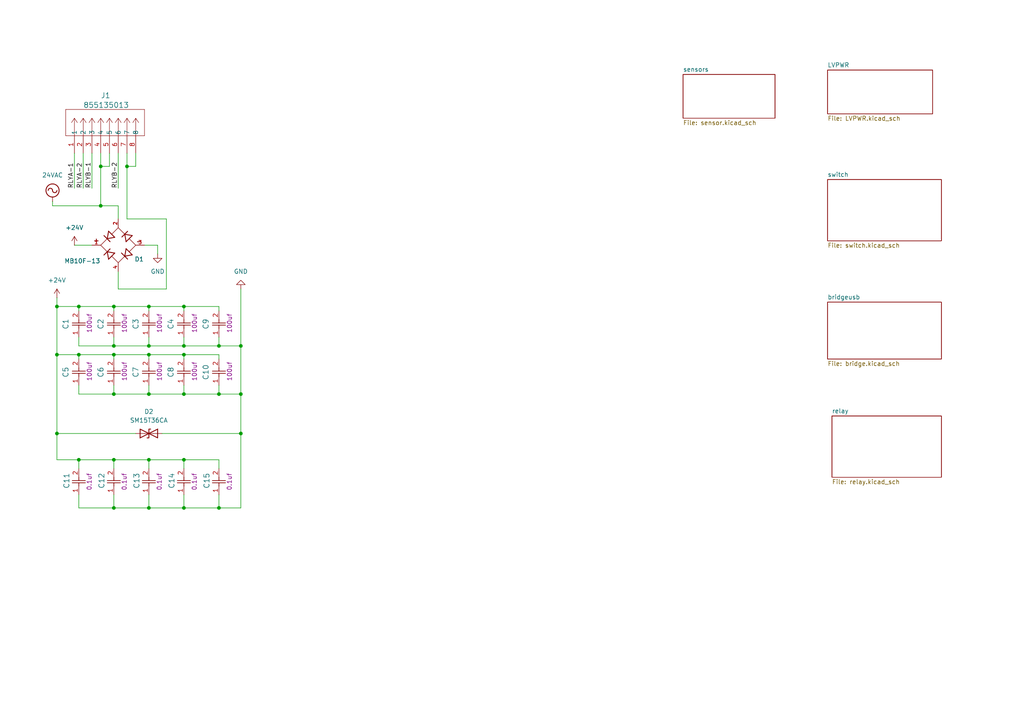
<source format=kicad_sch>
(kicad_sch (version 20250114) (generator "eeschema") (generator_version "9.0")
  (paper "A4")
  (lib_symbols
    (symbol "2025-04-20_14-21-47:855135013" (pin_names (offset 0.254))
      (property "Reference" "J" (at 8.89 6.35 0))
      (property "Value" "855135013" (at 0 0 0))
      (symbol "855135013_1_1"
        (polyline (pts (xy 5.08 2.54) (xy 5.08 -20.32)) (stroke (width 0.127)))
        (polyline (pts (xy 5.08 -20.32) (xy 12.7 -20.32)) (stroke (width 0.127)))
        (polyline (pts (xy 10.16 0) (xy 5.08 0)) (stroke (width 0.127)))
        (polyline (pts (xy 10.16 0) (xy 8.89 0.8467)) (stroke (width 0.127)))
        (polyline (pts (xy 10.16 0) (xy 8.89 -0.8467)) (stroke (width 0.127)))
        (polyline (pts (xy 10.16 -2.54) (xy 5.08 -2.54)) (stroke (width 0.127)))
        (polyline (pts (xy 10.16 -2.54) (xy 8.89 -1.6933)) (stroke (width 0.127)))
        (polyline (pts (xy 10.16 -2.54) (xy 8.89 -3.3867)) (stroke (width 0.127)))
        (polyline (pts (xy 10.16 -5.08) (xy 5.08 -5.08)) (stroke (width 0.127)))
        (polyline (pts (xy 10.16 -5.08) (xy 8.89 -4.2333)) (stroke (width 0.127)))
        (polyline (pts (xy 10.16 -5.08) (xy 8.89 -5.9267)) (stroke (width 0.127)))
        (polyline (pts (xy 10.16 -7.62) (xy 5.08 -7.62)) (stroke (width 0.127)))
        (polyline (pts (xy 10.16 -7.62) (xy 8.89 -6.7733)) (stroke (width 0.127)))
        (polyline (pts (xy 10.16 -7.62) (xy 8.89 -8.4667)) (stroke (width 0.127)))
        (polyline (pts (xy 10.16 -10.16) (xy 5.08 -10.16)) (stroke (width 0.127)))
        (polyline (pts (xy 10.16 -10.16) (xy 8.89 -9.3133)) (stroke (width 0.127)))
        (polyline (pts (xy 10.16 -10.16) (xy 8.89 -11.0067)) (stroke (width 0.127)))
        (polyline (pts (xy 10.16 -12.7) (xy 5.08 -12.7)) (stroke (width 0.127)))
        (polyline (pts (xy 10.16 -12.7) (xy 8.89 -11.8533)) (stroke (width 0.127)))
        (polyline (pts (xy 10.16 -12.7) (xy 8.89 -13.5467)) (stroke (width 0.127)))
        (polyline (pts (xy 10.16 -15.24) (xy 5.08 -15.24)) (stroke (width 0.127)))
        (polyline (pts (xy 10.16 -15.24) (xy 8.89 -14.3933)) (stroke (width 0.127)))
        (polyline (pts (xy 10.16 -15.24) (xy 8.89 -16.0867)) (stroke (width 0.127)))
        (polyline (pts (xy 10.16 -17.78) (xy 5.08 -17.78)) (stroke (width 0.127)))
        (polyline (pts (xy 10.16 -17.78) (xy 8.89 -16.9333)) (stroke (width 0.127)))
        (polyline (pts (xy 10.16 -17.78) (xy 8.89 -18.6267)) (stroke (width 0.127)))
        (polyline (pts (xy 12.7 2.54) (xy 5.08 2.54)) (stroke (width 0.127)))
        (polyline (pts (xy 12.7 -20.32) (xy 12.7 2.54)) (stroke (width 0.127)))
        (pin unspecified line (at 0 0 0) (length 5.08) (name "1") (number "1"))
        (pin unspecified line (at 0 -2.54 0) (length 5.08) (name "2") (number "2"))
        (pin unspecified line (at 0 -5.08 0) (length 5.08) (name "3") (number "3"))
        (pin unspecified line (at 0 -7.62 0) (length 5.08) (name "4") (number "4"))
        (pin unspecified line (at 0 -10.16 0) (length 5.08) (name "5") (number "5"))
        (pin unspecified line (at 0 -12.7 0) (length 5.08) (name "6") (number "6"))
        (pin unspecified line (at 0 -15.24 0) (length 5.08) (name "7") (number "7"))
        (pin unspecified line (at 0 -17.78 0) (length 5.08) (name "8") (number "8"))
      )
      (symbol "855135013_1_2"
        (polyline (pts (xy 5.08 2.54) (xy 5.08 -20.32)) (stroke (width 0.127)))
        (polyline (pts (xy 5.08 -20.32) (xy 12.7 -20.32)) (stroke (width 0.127)))
        (polyline (pts (xy 7.62 0) (xy 5.08 0)) (stroke (width 0.127)))
        (polyline (pts (xy 7.62 0) (xy 8.89 0.8467)) (stroke (width 0.127)))
        (polyline (pts (xy 7.62 0) (xy 8.89 -0.8467)) (stroke (width 0.127)))
        (polyline (pts (xy 7.62 -2.54) (xy 5.08 -2.54)) (stroke (width 0.127)))
        (polyline (pts (xy 7.62 -2.54) (xy 8.89 -1.6933)) (stroke (width 0.127)))
        (polyline (pts (xy 7.62 -2.54) (xy 8.89 -3.3867)) (stroke (width 0.127)))
        (polyline (pts (xy 7.62 -5.08) (xy 5.08 -5.08)) (stroke (width 0.127)))
        (polyline (pts (xy 7.62 -5.08) (xy 8.89 -4.2333)) (stroke (width 0.127)))
        (polyline (pts (xy 7.62 -5.08) (xy 8.89 -5.9267)) (stroke (width 0.127)))
        (polyline (pts (xy 7.62 -7.62) (xy 5.08 -7.62)) (stroke (width 0.127)))
        (polyline (pts (xy 7.62 -7.62) (xy 8.89 -6.7733)) (stroke (width 0.127)))
        (polyline (pts (xy 7.62 -7.62) (xy 8.89 -8.4667)) (stroke (width 0.127)))
        (polyline (pts (xy 7.62 -10.16) (xy 5.08 -10.16)) (stroke (width 0.127)))
        (polyline (pts (xy 7.62 -10.16) (xy 8.89 -9.3133)) (stroke (width 0.127)))
        (polyline (pts (xy 7.62 -10.16) (xy 8.89 -11.0067)) (stroke (width 0.127)))
        (polyline (pts (xy 7.62 -12.7) (xy 5.08 -12.7)) (stroke (width 0.127)))
        (polyline (pts (xy 7.62 -12.7) (xy 8.89 -11.8533)) (stroke (width 0.127)))
        (polyline (pts (xy 7.62 -12.7) (xy 8.89 -13.5467)) (stroke (width 0.127)))
        (polyline (pts (xy 7.62 -15.24) (xy 5.08 -15.24)) (stroke (width 0.127)))
        (polyline (pts (xy 7.62 -15.24) (xy 8.89 -14.3933)) (stroke (width 0.127)))
        (polyline (pts (xy 7.62 -15.24) (xy 8.89 -16.0867)) (stroke (width 0.127)))
        (polyline (pts (xy 7.62 -17.78) (xy 5.08 -17.78)) (stroke (width 0.127)))
        (polyline (pts (xy 7.62 -17.78) (xy 8.89 -16.9333)) (stroke (width 0.127)))
        (polyline (pts (xy 7.62 -17.78) (xy 8.89 -18.6267)) (stroke (width 0.127)))
        (polyline (pts (xy 12.7 2.54) (xy 5.08 2.54)) (stroke (width 0.127)))
        (polyline (pts (xy 12.7 -20.32) (xy 12.7 2.54)) (stroke (width 0.127)))
        (pin unspecified line (at 0 0 0) (length 5.08) (name "1") (number "1"))
        (pin unspecified line (at 0 -2.54 0) (length 5.08) (name "2") (number "2"))
        (pin unspecified line (at 0 -5.08 0) (length 5.08) (name "3") (number "3"))
        (pin unspecified line (at 0 -7.62 0) (length 5.08) (name "4") (number "4"))
        (pin unspecified line (at 0 -10.16 0) (length 5.08) (name "5") (number "5"))
        (pin unspecified line (at 0 -12.7 0) (length 5.08) (name "6") (number "6"))
        (pin unspecified line (at 0 -15.24 0) (length 5.08) (name "7") (number "7"))
        (pin unspecified line (at 0 -17.78 0) (length 5.08) (name "8") (number "8"))
      )
    )
    (symbol "2025-04-20_14-55-47:C0805X104K5RAC7210" (pin_names (offset 0.254))
      (property "Reference" "C" (at 3.81 3.81 0))
      (property "Value" "C0805X104K5RAC7210" (at 3.81 -3.81 0))
      (symbol "C0805X104K5RAC7210_1_1"
        (polyline (pts (xy 2.54 0) (xy 3.4798 0)) (stroke (width 0.2032)))
        (polyline (pts (xy 3.4798 -1.905) (xy 3.4798 1.905)) (stroke (width 0.2032)))
        (polyline (pts (xy 4.1148 0) (xy 5.08 0)) (stroke (width 0.2032)))
        (polyline (pts (xy 4.1148 -1.905) (xy 4.1148 1.905)) (stroke (width 0.2032)))
        (pin unspecified line (at 0 0 0) (length 2.54) (name "") (number "1"))
        (pin unspecified line (at 7.62 0 180) (length 2.54) (name "") (number "2"))
      )
      (symbol "C0805X104K5RAC7210_1_2"
        (polyline (pts (xy -1.905 -3.4798) (xy 1.905 -3.4798)) (stroke (width 0.2032)))
        (polyline (pts (xy -1.905 -4.1148) (xy 1.905 -4.1148)) (stroke (width 0.2032)))
        (polyline (pts (xy 0 -2.54) (xy 0 -3.4798)) (stroke (width 0.2032)))
        (polyline (pts (xy 0 -4.1148) (xy 0 -5.08)) (stroke (width 0.2032)))
        (pin unspecified line (at 0 0 270) (length 2.54) (name "") (number "1"))
        (pin unspecified line (at 0 -7.62 90) (length 2.54) (name "") (number "2"))
      )
    )
    (symbol "2025-04-20_15-51-24:NMC0402X7R104K50TRPF" (pin_names (offset 0.254))
      (property "Reference" "C" (at 3.81 3.81 0))
      (property "Value" "NMC0402X7R103K16TRP" (at 3.81 -3.81 0))
      (symbol "NMC0402X7R104K50TRPF_1_1"
        (polyline (pts (xy 2.54 0) (xy 3.4798 0)) (stroke (width 0.2032)))
        (polyline (pts (xy 3.4798 -1.905) (xy 3.4798 1.905)) (stroke (width 0.2032)))
        (polyline (pts (xy 4.1148 0) (xy 5.08 0)) (stroke (width 0.2032)))
        (polyline (pts (xy 4.1148 -1.905) (xy 4.1148 1.905)) (stroke (width 0.2032)))
        (pin unspecified line (at 0 0 0) (length 2.54) (name "") (number "1"))
        (pin unspecified line (at 7.62 0 180) (length 2.54) (name "") (number "2"))
      )
      (symbol "NMC0402X7R104K50TRPF_1_2"
        (polyline (pts (xy -1.905 -3.4798) (xy 1.905 -3.4798)) (stroke (width 0.2032)))
        (polyline (pts (xy -1.905 -4.1148) (xy 1.905 -4.1148)) (stroke (width 0.2032)))
        (polyline (pts (xy 0 -2.54) (xy 0 -3.4798)) (stroke (width 0.2032)))
        (polyline (pts (xy 0 -4.1148) (xy 0 -5.08)) (stroke (width 0.2032)))
        (pin unspecified line (at 0 0 270) (length 2.54) (name "") (number "1"))
        (pin unspecified line (at 0 -7.62 90) (length 2.54) (name "") (number "2"))
      )
    )
    (symbol "Diode:SM15T36CA" (pin_numbers (hide yes)) (pin_names (offset 1.016) (hide yes))
      (property "Reference" "D" (at 0 2.54 0))
      (property "Value" "SM15T36CA" (at 0 -2.54 0))
      (symbol "SM15T36CA_0_1"
        (polyline (pts (xy -2.54 -1.27) (xy 0 0) (xy -2.54 1.27) (xy -2.54 -1.27)) (stroke (width 0.254)))
        (polyline (pts (xy 0.508 1.27) (xy 0 1.27) (xy 0 -1.27) (xy -0.508 -1.27)) (stroke (width 0.254)))
        (polyline (pts (xy 1.27 0) (xy -1.27 0)))
        (polyline (pts (xy 2.54 1.27) (xy 2.54 -1.27) (xy 0 0) (xy 2.54 1.27)) (stroke (width 0.254)))
      )
      (symbol "SM15T36CA_1_1"
        (pin passive line (at -3.81 0 0) (length 2.54) (name "A1") (number "1"))
        (pin passive line (at 3.81 0 180) (length 2.54) (name "A2") (number "2"))
      )
    )
    (symbol "MB10F-13:MB10F-13" (pin_names (offset 1.016))
      (property "Reference" "D" (at 5.08 5.08 0))
      (property "Value" "MB10F-13" (at 5.08 -7.62 0))
      (symbol "MB10F-13_0_0"
        (polyline (pts (xy -6.858 1.27) (xy -5.842 1.27)) (stroke (width 0.254)))
        (polyline (pts (xy -6.35 0.762) (xy -6.35 1.778)) (stroke (width 0.254)))
        (polyline (pts (xy -5.08 0) (xy -3.175 -1.905)) (stroke (width 0.1524)))
        (polyline (pts (xy -3.175 1.905) (xy -5.08 0)) (stroke (width 0.1524)))
        (polyline (pts (xy -3.175 1.905) (xy -2.794 4.064)) (stroke (width 0.254)))
        (polyline (pts (xy -3.175 1.905) (xy -1.016 2.286)) (stroke (width 0.254)))
        (polyline (pts (xy -3.175 -1.905) (xy -2.794 -4.064)) (stroke (width 0.254)))
        (polyline (pts (xy -3.175 -1.905) (xy -1.016 -2.286)) (stroke (width 0.254)))
        (polyline (pts (xy -2.3622 1.016) (xy -4.1402 2.794)) (stroke (width 0.254)))
        (polyline (pts (xy -2.3622 -1.0668) (xy -4.1402 -2.8448)) (stroke (width 0.254)))
        (polyline (pts (xy -1.016 2.286) (xy -2.794 4.064)) (stroke (width 0.254)))
        (polyline (pts (xy -1.016 -2.286) (xy -2.794 -4.064)) (stroke (width 0.254)))
        (polyline (pts (xy 0 5.08) (xy -1.8034 3.2766)) (stroke (width 0.1524)))
        (polyline (pts (xy 0 -5.08) (xy -1.8034 -3.2766)) (stroke (width 0.1524)))
        (polyline (pts (xy 0 -5.08) (xy 1.905 -3.175)) (stroke (width 0.1524)))
        (polyline (pts (xy 1.905 3.175) (xy 0 5.08)) (stroke (width 0.1524)))
        (polyline (pts (xy 1.905 3.175) (xy 2.286 1.016)) (stroke (width 0.254)))
        (polyline (pts (xy 1.905 3.175) (xy 4.064 2.794)) (stroke (width 0.254)))
        (polyline (pts (xy 1.905 -3.175) (xy 2.286 -1.016)) (stroke (width 0.254)))
        (polyline (pts (xy 1.905 -3.175) (xy 4.064 -2.794)) (stroke (width 0.254)))
        (polyline (pts (xy 2.7178 4.0386) (xy 1.0668 2.3876)) (stroke (width 0.254)))
        (polyline (pts (xy 2.7178 -4.0386) (xy 0.9398 -2.2606)) (stroke (width 0.254)))
        (polyline (pts (xy 3.2766 -1.8034) (xy 5.08 0)) (stroke (width 0.1524)))
        (polyline (pts (xy 4.064 2.794) (xy 2.286 1.016)) (stroke (width 0.254)))
        (polyline (pts (xy 4.064 -2.794) (xy 2.286 -1.016)) (stroke (width 0.254)))
        (polyline (pts (xy 5.08 0) (xy 3.2766 1.8034)) (stroke (width 0.1524)))
        (polyline (pts (xy 5.588 1.016) (xy 6.604 1.016)) (stroke (width 0.254)))
        (pin passive line (at -7.62 0 0) (length 2.54) (name "~") (number "1"))
        (pin passive line (at 0 7.62 270) (length 2.54) (name "~") (number "2"))
        (pin passive line (at 0 -7.62 90) (length 2.54) (name "~") (number "4"))
        (pin passive line (at 7.62 0 180) (length 2.54) (name "~") (number "3"))
      )
    )
    (symbol "power:+24V" (power) (pin_numbers (hide yes)) (pin_names (offset 0) (hide yes))
      (property "Value" "+24V" (at 0 3.556 0))
      (symbol "+24V_0_1"
        (polyline (pts (xy -0.762 1.27) (xy 0 2.54)))
        (polyline (pts (xy 0 2.54) (xy 0.762 1.27)))
        (polyline (pts (xy 0 0) (xy 0 2.54)))
      )
      (symbol "+24V_1_1"
        (pin power_in line (at 0 0 90) (length 0) (name "~") (number "1"))
      )
    )
    (symbol "power:AC" (power) (pin_numbers (hide yes)) (pin_names (offset 0) (hide yes))
      (property "Value" "AC" (at 0 6.35 0))
      (symbol "AC_0_1"
        (arc (start -1.27 3.175) (mid -0.635 3.8073) (end 0 3.175) (stroke (width 0.254)))
        (circle (center 0 3.175) (radius 1.905) (stroke (width 0.254)))
        (polyline (pts (xy 0 0) (xy 0 1.27)))
        (arc (start 1.27 3.175) (mid 0.635 2.5427) (end 0 3.175) (stroke (width 0.254)))
      )
      (symbol "AC_1_1"
        (pin power_in line (at 0 0 90) (length 0) (name "~") (number "1"))
      )
    )
    (symbol "power:GND" (power) (pin_numbers (hide yes)) (pin_names (offset 0) (hide yes))
      (property "Value" "GND" (at 0 -3.81 0))
      (symbol "GND_0_1"
        (polyline (pts (xy 0 0) (xy 0 -1.27) (xy 1.27 -1.27) (xy 0 -2.54) (xy -1.27 -1.27) (xy 0 -1.27)))
      )
      (symbol "GND_1_1"
        (pin power_in line (at 0 0 270) (length 0) (name "~") (number "1"))
      )
    )
  )
  (junction (at 63.5 100.33))
  (junction (at 53.34 147.32))
  (junction (at 33.02 114.3))
  (junction (at 29.21 59.69))
  (junction (at 53.34 100.33))
  (junction (at 29.21 48.26))
  (junction (at 69.85 125.73))
  (junction (at 22.86 102.87))
  (junction (at 53.34 114.3))
  (junction (at 16.51 88.9))
  (junction (at 43.18 133.35))
  (junction (at 22.86 133.35))
  (junction (at 43.18 114.3))
  (junction (at 22.86 88.9))
  (junction (at 33.02 102.87))
  (junction (at 16.51 102.87))
  (junction (at 53.34 88.9))
  (junction (at 69.85 114.3))
  (junction (at 33.02 100.33))
  (junction (at 69.85 100.33))
  (junction (at 43.18 100.33))
  (junction (at 33.02 88.9))
  (junction (at 63.5 114.3))
  (junction (at 43.18 147.32))
  (junction (at 63.5 147.32))
  (junction (at 53.34 102.87))
  (junction (at 53.34 133.35))
  (junction (at 36.83 48.26))
  (junction (at 33.02 133.35))
  (junction (at 16.51 125.73))
  (junction (at 33.02 147.32))
  (junction (at 43.18 88.9))
  (junction (at 43.18 102.87))
  (wire (pts (xy 33.02 102.87) (xy 33.02 104.14)))
  (wire (pts (xy 39.37 44.45) (xy 39.37 48.26)))
  (wire (pts (xy 33.02 88.9) (xy 43.18 88.9)))
  (wire (pts (xy 33.02 133.35) (xy 43.18 133.35)))
  (wire (pts (xy 45.72 71.12) (xy 45.72 73.66)))
  (wire (pts (xy 43.18 114.3) (xy 53.34 114.3)))
  (wire (pts (xy 22.86 111.76) (xy 22.86 114.3)))
  (wire (pts (xy 22.86 133.35) (xy 33.02 133.35)))
  (wire (pts (xy 43.18 133.35) (xy 43.18 135.89)))
  (wire (pts (xy 43.18 133.35) (xy 53.34 133.35)))
  (wire (pts (xy 63.5 147.32) (xy 53.34 147.32)))
  (wire (pts (xy 22.86 114.3) (xy 33.02 114.3)))
  (wire (pts (xy 63.5 143.51) (xy 63.5 147.32)))
  (wire (pts (xy 53.34 147.32) (xy 43.18 147.32)))
  (wire (pts (xy 16.51 125.73) (xy 16.51 133.35)))
  (wire (pts (xy 43.18 147.32) (xy 33.02 147.32)))
  (wire (pts (xy 29.21 44.45) (xy 29.21 48.26)))
  (wire (pts (xy 33.02 111.76) (xy 33.02 114.3)))
  (wire (pts (xy 21.59 44.45) (xy 21.59 54.61)))
  (wire (pts (xy 43.18 97.79) (xy 43.18 100.33)))
  (wire (pts (xy 69.85 125.73) (xy 69.85 147.32)))
  (wire (pts (xy 69.85 147.32) (xy 63.5 147.32)))
  (wire (pts (xy 29.21 48.26) (xy 29.21 59.69)))
  (wire (pts (xy 34.29 59.69) (xy 34.29 63.5)))
  (wire (pts (xy 21.59 71.12) (xy 26.67 71.12)))
  (wire (pts (xy 16.51 88.9) (xy 22.86 88.9)))
  (wire (pts (xy 43.18 88.9) (xy 43.18 90.17)))
  (wire (pts (xy 22.86 97.79) (xy 22.86 100.33)))
  (wire (pts (xy 53.34 114.3) (xy 63.5 114.3)))
  (wire (pts (xy 63.5 102.87) (xy 63.5 104.14)))
  (wire (pts (xy 16.51 125.73) (xy 39.37 125.73)))
  (wire (pts (xy 16.51 86.36) (xy 16.51 88.9)))
  (wire (pts (xy 63.5 111.76) (xy 63.5 114.3)))
  (wire (pts (xy 16.51 88.9) (xy 16.51 102.87)))
  (wire (pts (xy 22.86 88.9) (xy 33.02 88.9)))
  (wire (pts (xy 63.5 114.3) (xy 69.85 114.3)))
  (wire (pts (xy 33.02 147.32) (xy 22.86 147.32)))
  (wire (pts (xy 36.83 48.26) (xy 39.37 48.26)))
  (wire (pts (xy 16.51 133.35) (xy 22.86 133.35)))
  (wire (pts (xy 22.86 88.9) (xy 22.86 90.17)))
  (wire (pts (xy 33.02 114.3) (xy 43.18 114.3)))
  (wire (pts (xy 22.86 143.51) (xy 22.86 147.32)))
  (wire (pts (xy 36.83 44.45) (xy 36.83 48.26)))
  (wire (pts (xy 53.34 133.35) (xy 63.5 133.35)))
  (wire (pts (xy 43.18 102.87) (xy 53.34 102.87)))
  (wire (pts (xy 69.85 83.82) (xy 69.85 100.33)))
  (wire (pts (xy 15.24 59.69) (xy 15.24 58.42)))
  (wire (pts (xy 69.85 125.73) (xy 46.99 125.73)))
  (wire (pts (xy 29.21 59.69) (xy 15.24 59.69)))
  (wire (pts (xy 43.18 111.76) (xy 43.18 114.3)))
  (wire (pts (xy 33.02 88.9) (xy 33.02 90.17)))
  (wire (pts (xy 53.34 102.87) (xy 63.5 102.87)))
  (wire (pts (xy 53.34 88.9) (xy 63.5 88.9)))
  (wire (pts (xy 33.02 102.87) (xy 43.18 102.87)))
  (wire (pts (xy 34.29 83.82) (xy 34.29 78.74)))
  (wire (pts (xy 33.02 97.79) (xy 33.02 100.33)))
  (wire (pts (xy 24.13 44.45) (xy 24.13 54.61)))
  (wire (pts (xy 33.02 143.51) (xy 33.02 147.32)))
  (wire (pts (xy 53.34 100.33) (xy 63.5 100.33)))
  (wire (pts (xy 22.86 133.35) (xy 22.86 135.89)))
  (wire (pts (xy 33.02 100.33) (xy 43.18 100.33)))
  (wire (pts (xy 48.26 83.82) (xy 34.29 83.82)))
  (wire (pts (xy 69.85 100.33) (xy 69.85 114.3)))
  (wire (pts (xy 31.75 44.45) (xy 31.75 48.26)))
  (wire (pts (xy 43.18 102.87) (xy 43.18 104.14)))
  (wire (pts (xy 33.02 133.35) (xy 33.02 135.89)))
  (wire (pts (xy 26.67 44.45) (xy 26.67 54.61)))
  (wire (pts (xy 48.26 63.5) (xy 48.26 83.82)))
  (wire (pts (xy 53.34 102.87) (xy 53.34 104.14)))
  (wire (pts (xy 43.18 100.33) (xy 53.34 100.33)))
  (wire (pts (xy 34.29 44.45) (xy 34.29 54.61)))
  (wire (pts (xy 22.86 100.33) (xy 33.02 100.33)))
  (wire (pts (xy 16.51 102.87) (xy 16.51 125.73)))
  (wire (pts (xy 36.83 48.26) (xy 36.83 63.5)))
  (wire (pts (xy 29.21 48.26) (xy 31.75 48.26)))
  (wire (pts (xy 63.5 133.35) (xy 63.5 135.89)))
  (wire (pts (xy 53.34 143.51) (xy 53.34 147.32)))
  (wire (pts (xy 36.83 63.5) (xy 48.26 63.5)))
  (wire (pts (xy 22.86 102.87) (xy 33.02 102.87)))
  (wire (pts (xy 63.5 88.9) (xy 63.5 90.17)))
  (wire (pts (xy 41.91 71.12) (xy 45.72 71.12)))
  (wire (pts (xy 53.34 88.9) (xy 53.34 90.17)))
  (wire (pts (xy 69.85 114.3) (xy 69.85 125.73)))
  (wire (pts (xy 63.5 100.33) (xy 69.85 100.33)))
  (wire (pts (xy 43.18 143.51) (xy 43.18 147.32)))
  (wire (pts (xy 53.34 97.79) (xy 53.34 100.33)))
  (wire (pts (xy 63.5 97.79) (xy 63.5 100.33)))
  (wire (pts (xy 53.34 111.76) (xy 53.34 114.3)))
  (wire (pts (xy 53.34 133.35) (xy 53.34 135.89)))
  (wire (pts (xy 22.86 102.87) (xy 22.86 104.14)))
  (wire (pts (xy 43.18 88.9) (xy 53.34 88.9)))
  (wire (pts (xy 29.21 59.69) (xy 34.29 59.69)))
  (wire (pts (xy 16.51 102.87) (xy 22.86 102.87)))
  (label "RLYA-2" (at 24.13 54.61 90))
  (label "RLYA-1" (at 21.59 54.61 90))
  (label "RLYB-2" (at 34.29 54.61 90))
  (label "RLYB-1" (at 26.67 54.61 90))
  (symbol (lib_id "2025-04-20_14-55-47:C0805X104K5RAC7210") (at 33.02 111.76 90) (unit 1)
    (property "Reference" "C6" (at 29.21 107.95 0) (effects (font (size 1.524 1.524))))
    (property "Value" "C0805X104K5RAC7210" (effects (hide yes)))
    (property "Footprint" "CAPC230155_98N_KEM" (effects (hide yes)))
    (property "Datasheet" "C0805X104K5RAC7210" (effects (hide yes)))
    (property "Description" "100uf" (at 36.83 107.696 0) (effects (justify bottom)))
  )
  (symbol (lib_id "Diode:SM15T36CA") (at 43.18 125.73 0) (unit 1)
    (property "Reference" "D2" (at 43.18 119.38 0))
    (property "Value" "SM15T36CA" (at 43.18 121.92 0))
    (property "Footprint" "Diode_SMD:ST_D_SMC" (effects (hide yes)))
    (property "Datasheet" "https://www.st.com/resource/en/datasheet/sm15t36a.pdf" (effects (hide yes)))
    (property "Description" "1500W (10/1000 μs) Bidirectional TVS Diode, VRM = 30.8V (IRM = 0.2 μA at 25°C), VBR = 34.2 ... 37.8V, 'BEV' marking, SMC" (effects (hide yes)))
  )
  (symbol (lib_id "2025-04-20_14-55-47:C0805X104K5RAC7210") (at 33.02 97.79 90) (unit 1)
    (property "Reference" "C2" (at 29.21 93.98 0) (effects (font (size 1.524 1.524))))
    (property "Value" "C0805X104K5RAC7210" (effects (hide yes)))
    (property "Footprint" "CAPC230155_98N_KEM" (effects (hide yes)))
    (property "Datasheet" "C0805X104K5RAC7210" (effects (hide yes)))
    (property "Description" "100uf" (at 36.83 93.726 0) (effects (justify bottom)))
  )
  (symbol (lib_id "2025-04-20_14-55-47:C0805X104K5RAC7210") (at 53.34 97.79 90) (unit 1)
    (property "Reference" "C4" (at 49.53 93.98 0) (effects (font (size 1.524 1.524))))
    (property "Value" "C0805X104K5RAC7210" (effects (hide yes)))
    (property "Footprint" "CAPC230155_98N_KEM" (effects (hide yes)))
    (property "Datasheet" "C0805X104K5RAC7210" (effects (hide yes)))
    (property "Description" "100uf" (at 57.15 93.726 0) (effects (justify bottom)))
  )
  (symbol (lib_id "2025-04-20_14-55-47:C0805X104K5RAC7210") (at 22.86 97.79 90) (unit 1)
    (property "Reference" "C1" (at 19.05 93.98 0) (effects (font (size 1.524 1.524))))
    (property "Value" "C0805X104K5RAC7210" (effects (hide yes)))
    (property "Footprint" "CAPC230155_98N_KEM" (effects (hide yes)))
    (property "Datasheet" "C0805X104K5RAC7210" (effects (hide yes)))
    (property "Description" "100uf" (at 26.67 93.726 0) (effects (justify bottom)))
  )
  (symbol (lib_id "2025-04-20_15-51-24:NMC0402X7R104K50TRPF") (at 53.34 143.51 90) (unit 1)
    (property "Reference" "C14" (at 49.784 139.446 0) (effects (font (size 1.524 1.524))))
    (property "Value" "NMC0402X7R104K50TRPF" (effects (hide yes)))
    (property "Footprint" "CAP_NMC0402_NIC" (effects (hide yes)))
    (property "Datasheet" "NMC0402X7R104K50TRPF" (effects (hide yes)))
    (property "Description" "0.1uf" (at 56.388 139.7 0))
  )
  (symbol (lib_id "2025-04-20_14-55-47:C0805X104K5RAC7210") (at 63.5 111.76 90) (unit 1)
    (property "Reference" "C10" (at 59.69 107.95 0) (effects (font (size 1.524 1.524))))
    (property "Value" "C0805X104K5RAC7210" (effects (hide yes)))
    (property "Footprint" "CAPC230155_98N_KEM" (effects (hide yes)))
    (property "Datasheet" "C0805X104K5RAC7210" (effects (hide yes)))
    (property "Description" "100uf" (at 67.31 107.696 0) (effects (justify bottom)))
  )
  (symbol (lib_id "power:GND") (at 45.72 73.66 0) (unit 1)
    (property "Reference" "#PWR01" (effects (hide yes)))
    (property "Value" "GND" (at 45.72 78.74 0))
    (property "Description" "Power symbol creates a global label with name \"GND\" , ground" (effects (hide yes)))
  )
  (symbol (lib_id "power:AC") (at 15.24 58.42 0) (unit 1)
    (property "Reference" "#PWR051" (effects (hide yes)))
    (property "Value" "24VAC" (at 15.24 50.8 0))
    (property "Description" "Power symbol creates a global label with name \"AC\"" (effects (hide yes)))
  )
  (symbol (lib_id "2025-04-20_14-21-47:855135013") (at 21.59 44.45 90) (unit 1)
    (property "Reference" "J1" (at 29.21 27.686 90) (effects (font (size 1.524 1.524)) (justify right)))
    (property "Value" "855135013" (at 24.13 30.48 90) (effects (font (size 1.524 1.524)) (justify right)))
    (property "Footprint" "CONN_85513-5013_MOL" (effects (hide yes)))
    (property "Datasheet" "855135013" (effects (hide yes)))
    (property "Description" "RJ45 Vertical" (effects (hide yes)))
  )
  (symbol (lib_id "power:+24V") (at 16.51 86.36 0) (unit 1)
    (property "Reference" "#PWR03" (effects (hide yes)))
    (property "Value" "+24V" (at 16.51 81.28 0))
    (property "Description" "Power symbol creates a global label with name \"+24V\"" (effects (hide yes)))
  )
  (symbol (lib_id "2025-04-20_14-55-47:C0805X104K5RAC7210") (at 43.18 97.79 90) (unit 1)
    (property "Reference" "C3" (at 39.37 93.98 0) (effects (font (size 1.524 1.524))))
    (property "Value" "C0805X104K5RAC7210" (effects (hide yes)))
    (property "Footprint" "CAPC230155_98N_KEM" (effects (hide yes)))
    (property "Datasheet" "C0805X104K5RAC7210" (effects (hide yes)))
    (property "Description" "100uf" (at 46.99 93.726 0) (effects (justify bottom)))
  )
  (symbol (lib_id "MB10F-13:MB10F-13") (at 34.29 71.12 0) (unit 1)
    (property "Reference" "D1" (at 40.386 75.184 0))
    (property "Value" "MB10F-13" (at 23.876 75.692 0))
    (property "Footprint" "MB10F-13:DIOB_MB10F-13" (effects (hide yes)))
    (property "MF" "Diodes Inc." (effects (hide yes)))
    (property "MAXIMUM_PACKAGE_HEIGHT" "1.8 mm" (effects (hide yes)))
    (property "Package" "SMD-4 Diodes Inc." (effects (hide yes)))
    (property "Price" "None" (effects (hide yes)))
    (property "Check_prices" "https://www.snapeda.com/parts/MB10F-13/Diodes+Inc./view-part/?ref=eda" (effects (hide yes)))
    (property "STANDARD" "Manufacturer Recommendations" (effects (hide yes)))
    (property "PARTREV" "3 - 2" (effects (hide yes)))
    (property "SnapEDA_Link" "https://www.snapeda.com/parts/MB10F-13/Diodes+Inc./view-part/?ref=snap" (effects (hide yes)))
    (property "MP" "MB10F-13" (effects (hide yes)))
    (property "Description_1" "Bridge Rectifier Single Phase Standard 1 kV Surface Mount MBF" (effects (hide yes)))
    (property "Availability" "In Stock" (effects (hide yes)))
    (property "MANUFACTURER" "Diodes Inc." (effects (hide yes)))
  )
  (symbol (lib_id "2025-04-20_14-55-47:C0805X104K5RAC7210") (at 53.34 111.76 90) (unit 1)
    (property "Reference" "C8" (at 49.53 107.95 0) (effects (font (size 1.524 1.524))))
    (property "Value" "C0805X104K5RAC7210" (effects (hide yes)))
    (property "Footprint" "CAPC230155_98N_KEM" (effects (hide yes)))
    (property "Datasheet" "C0805X104K5RAC7210" (effects (hide yes)))
    (property "Description" "100uf" (at 57.15 107.696 0) (effects (justify bottom)))
  )
  (symbol (lib_id "2025-04-20_14-55-47:C0805X104K5RAC7210") (at 22.86 111.76 90) (unit 1)
    (property "Reference" "C5" (at 19.05 107.95 0) (effects (font (size 1.524 1.524))))
    (property "Value" "C0805X104K5RAC7210" (effects (hide yes)))
    (property "Footprint" "CAPC230155_98N_KEM" (effects (hide yes)))
    (property "Datasheet" "C0805X104K5RAC7210" (effects (hide yes)))
    (property "Description" "100uf" (at 26.67 107.696 0) (effects (justify bottom)))
  )
  (symbol (lib_id "2025-04-20_15-51-24:NMC0402X7R104K50TRPF") (at 63.5 143.51 90) (unit 1)
    (property "Reference" "C15" (at 59.944 139.446 0) (effects (font (size 1.524 1.524))))
    (property "Value" "NMC0402X7R104K50TRPF" (effects (hide yes)))
    (property "Footprint" "CAP_NMC0402_NIC" (effects (hide yes)))
    (property "Datasheet" "NMC0402X7R104K50TRPF" (effects (hide yes)))
    (property "Description" "0.1uf" (at 66.548 139.7 0))
  )
  (symbol (lib_id "2025-04-20_14-55-47:C0805X104K5RAC7210") (at 43.18 111.76 90) (unit 1)
    (property "Reference" "C7" (at 39.37 107.95 0) (effects (font (size 1.524 1.524))))
    (property "Value" "C0805X104K5RAC7210" (effects (hide yes)))
    (property "Footprint" "CAPC230155_98N_KEM" (effects (hide yes)))
    (property "Datasheet" "C0805X104K5RAC7210" (effects (hide yes)))
    (property "Description" "100uf" (at 46.99 107.696 0) (effects (justify bottom)))
  )
  (symbol (lib_id "2025-04-20_15-51-24:NMC0402X7R104K50TRPF") (at 22.86 143.51 90) (unit 1)
    (property "Reference" "C11" (at 19.304 139.446 0) (effects (font (size 1.524 1.524))))
    (property "Value" "NMC0402X7R104K50TRPF" (effects (hide yes)))
    (property "Footprint" "CAP_NMC0402_NIC" (effects (hide yes)))
    (property "Datasheet" "NMC0402X7R104K50TRPF" (effects (hide yes)))
    (property "Description" "0.1uf" (at 25.908 139.7 0))
  )
  (symbol (lib_id "2025-04-20_15-51-24:NMC0402X7R104K50TRPF") (at 33.02 143.51 90) (unit 1)
    (property "Reference" "C12" (at 29.464 139.446 0) (effects (font (size 1.524 1.524))))
    (property "Value" "NMC0402X7R104K50TRPF" (effects (hide yes)))
    (property "Footprint" "CAP_NMC0402_NIC" (effects (hide yes)))
    (property "Datasheet" "NMC0402X7R104K50TRPF" (effects (hide yes)))
    (property "Description" "0.1uf" (at 36.068 139.7 0))
  )
  (symbol (lib_id "power:+24V") (at 21.59 71.12 0) (unit 1)
    (property "Reference" "#PWR02" (effects (hide yes)))
    (property "Value" "+24V" (at 21.59 66.04 0))
    (property "Description" "Power symbol creates a global label with name \"+24V\"" (effects (hide yes)))
  )
  (symbol (lib_id "2025-04-20_15-51-24:NMC0402X7R104K50TRPF") (at 43.18 143.51 90) (unit 1)
    (property "Reference" "C13" (at 39.624 139.446 0) (effects (font (size 1.524 1.524))))
    (property "Value" "NMC0402X7R104K50TRPF" (effects (hide yes)))
    (property "Footprint" "CAP_NMC0402_NIC" (effects (hide yes)))
    (property "Datasheet" "NMC0402X7R104K50TRPF" (effects (hide yes)))
    (property "Description" "0.1uf" (at 46.228 139.7 0))
  )
  (symbol (lib_id "2025-04-20_14-55-47:C0805X104K5RAC7210") (at 63.5 97.79 90) (unit 1)
    (property "Reference" "C9" (at 59.69 93.98 0) (effects (font (size 1.524 1.524))))
    (property "Value" "C0805X104K5RAC7210" (effects (hide yes)))
    (property "Footprint" "CAPC230155_98N_KEM" (effects (hide yes)))
    (property "Datasheet" "C0805X104K5RAC7210" (effects (hide yes)))
    (property "Description" "100uf" (at 67.31 93.726 0) (effects (justify bottom)))
  )
  (symbol (lib_id "power:GND") (at 69.85 83.82 180) (unit 1)
    (property "Reference" "#PWR04" (effects (hide yes)))
    (property "Value" "GND" (at 69.85 78.74 0))
    (property "Description" "Power symbol creates a global label with name \"GND\" , ground" (effects (hide yes)))
  )
  (sheet (at 240.03 20.32) (size 30.48 12.7) (stroke (width 0.1524))
    (property "Sheetname" "LVPWR" (at 240.03 19.6084 0) (effects (justify left bottom)))
    (property "Sheetfile" "LVPWR.kicad_sch" (at 240.03 33.6046 0) (effects (justify left top)))
  )
  (sheet (at 198.12 21.59) (size 26.67 12.7) (stroke (width 0.1524))
    (property "Sheetname" "sensors" (at 198.12 20.8784 0) (effects (justify left bottom)))
    (property "Sheetfile" "sensor.kicad_sch" (at 198.12 34.8746 0) (effects (justify left top)))
  )
  (sheet (at 240.03 52.07) (size 33.02 17.78) (stroke (width 0.1524))
    (property "Sheetname" "switch" (at 240.03 51.3584 0) (effects (justify left bottom)))
    (property "Sheetfile" "switch.kicad_sch" (at 240.03 70.4346 0) (effects (justify left top)))
  )
  (sheet (at 241.3 120.65) (size 31.75 17.78) (stroke (width 0.1524))
    (property "Sheetname" "relay" (at 241.3 119.9384 0) (effects (justify left bottom)))
    (property "Sheetfile" "relay.kicad_sch" (at 241.3 139.0146 0) (effects (justify left top)))
  )
  (sheet (at 240.03 87.63) (size 33.02 16.51) (stroke (width 0.1524))
    (property "Sheetname" "bridgeusb" (at 240.03 86.9184 0) (effects (justify left bottom)))
    (property "Sheetfile" "bridge.kicad_sch" (at 240.03 104.7246 0) (effects (justify left top)))
  )
)
</source>
